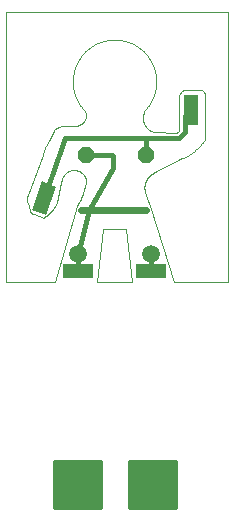
<source format=gtl>
G75*
%MOIN*%
%OFA0B0*%
%FSLAX25Y25*%
%IPPOS*%
%LPD*%
%AMOC8*
5,1,8,0,0,1.08239X$1,22.5*
%
%ADD10C,0.00000*%
%ADD11OC8,0.05200*%
%ADD12R,0.05000X0.10000*%
%ADD13R,0.10000X0.05000*%
%ADD14C,0.01600*%
%ADD15C,0.05906*%
%ADD16C,0.05315*%
%ADD17C,0.02400*%
D10*
X0026000Y0086000D02*
X0026000Y0176000D01*
X0100000Y0176000D01*
X0100000Y0086000D01*
X0082000Y0086000D01*
X0074400Y0110500D01*
X0072900Y0115000D01*
X0072901Y0115000D02*
X0072836Y0115130D01*
X0072774Y0115261D01*
X0072717Y0115394D01*
X0072662Y0115529D01*
X0072612Y0115664D01*
X0072565Y0115802D01*
X0072521Y0115940D01*
X0072482Y0116079D01*
X0072446Y0116220D01*
X0072413Y0116361D01*
X0072385Y0116503D01*
X0072360Y0116646D01*
X0072340Y0116790D01*
X0072323Y0116934D01*
X0072309Y0117078D01*
X0072300Y0117223D01*
X0072295Y0117368D01*
X0072293Y0117513D01*
X0072295Y0117658D01*
X0072301Y0117802D01*
X0072311Y0117947D01*
X0072325Y0118091D01*
X0072343Y0118235D01*
X0072364Y0118379D01*
X0072390Y0118522D01*
X0072419Y0118664D01*
X0072452Y0118805D01*
X0072488Y0118945D01*
X0072529Y0119084D01*
X0072573Y0119222D01*
X0072620Y0119359D01*
X0072672Y0119495D01*
X0072726Y0119629D01*
X0072785Y0119762D01*
X0072847Y0119893D01*
X0072912Y0120022D01*
X0072981Y0120150D01*
X0073053Y0120276D01*
X0073129Y0120399D01*
X0073208Y0120521D01*
X0073290Y0120641D01*
X0073375Y0120758D01*
X0073463Y0120873D01*
X0073555Y0120986D01*
X0073649Y0121096D01*
X0073746Y0121203D01*
X0073846Y0121308D01*
X0073949Y0121411D01*
X0074054Y0121510D01*
X0074162Y0121607D01*
X0074273Y0121701D01*
X0074386Y0121791D01*
X0074501Y0121879D01*
X0074619Y0121964D01*
X0074739Y0122045D01*
X0074861Y0122123D01*
X0074985Y0122198D01*
X0075111Y0122270D01*
X0075239Y0122338D01*
X0075239Y0122339D02*
X0084966Y0127339D01*
X0082776Y0135728D02*
X0075900Y0136000D01*
X0075767Y0136016D01*
X0075634Y0136037D01*
X0075502Y0136062D01*
X0075371Y0136090D01*
X0075241Y0136123D01*
X0075112Y0136159D01*
X0074984Y0136199D01*
X0074857Y0136243D01*
X0074731Y0136291D01*
X0074607Y0136342D01*
X0074485Y0136397D01*
X0074364Y0136455D01*
X0074245Y0136518D01*
X0074128Y0136583D01*
X0074013Y0136652D01*
X0073900Y0136725D01*
X0073789Y0136800D01*
X0073681Y0136879D01*
X0073575Y0136961D01*
X0073471Y0137047D01*
X0073370Y0137135D01*
X0073272Y0137226D01*
X0073176Y0137320D01*
X0073083Y0137417D01*
X0072993Y0137517D01*
X0072907Y0137619D01*
X0072823Y0137724D01*
X0072742Y0137831D01*
X0072665Y0137941D01*
X0072590Y0138053D01*
X0072519Y0138167D01*
X0072452Y0138283D01*
X0072388Y0138401D01*
X0072328Y0138520D01*
X0072271Y0138642D01*
X0072218Y0138765D01*
X0072168Y0138890D01*
X0072122Y0139016D01*
X0072080Y0139143D01*
X0072042Y0139272D01*
X0072007Y0139402D01*
X0071977Y0139532D01*
X0071950Y0139664D01*
X0071927Y0139796D01*
X0071908Y0139929D01*
X0071893Y0140062D01*
X0071882Y0140196D01*
X0071875Y0140330D01*
X0071872Y0140464D01*
X0071873Y0140598D01*
X0071878Y0140733D01*
X0071887Y0140866D01*
X0071900Y0141000D01*
X0072160Y0143055D01*
X0084966Y0127338D02*
X0085328Y0127490D01*
X0085685Y0127651D01*
X0086039Y0127821D01*
X0086388Y0128000D01*
X0086733Y0128187D01*
X0087073Y0128382D01*
X0087409Y0128585D01*
X0087739Y0128797D01*
X0088064Y0129017D01*
X0088384Y0129244D01*
X0088698Y0129480D01*
X0089006Y0129722D01*
X0089308Y0129973D01*
X0089603Y0130230D01*
X0089893Y0130495D01*
X0090176Y0130767D01*
X0090452Y0131046D01*
X0090721Y0131331D01*
X0090983Y0131623D01*
X0091238Y0131921D01*
X0091486Y0132225D01*
X0091726Y0132535D01*
X0091959Y0132851D01*
X0092183Y0133172D01*
X0092400Y0133499D01*
X0092400Y0133500D02*
X0092400Y0148800D01*
X0091567Y0150000D02*
X0085914Y0150000D01*
X0085826Y0149998D01*
X0085739Y0149992D01*
X0085652Y0149983D01*
X0085565Y0149969D01*
X0085479Y0149952D01*
X0085394Y0149931D01*
X0085310Y0149907D01*
X0085227Y0149878D01*
X0085145Y0149846D01*
X0085065Y0149811D01*
X0084987Y0149772D01*
X0084910Y0149730D01*
X0084835Y0149684D01*
X0084762Y0149635D01*
X0084692Y0149583D01*
X0084624Y0149528D01*
X0084558Y0149470D01*
X0084495Y0149409D01*
X0084434Y0149346D01*
X0084377Y0149280D01*
X0084322Y0149211D01*
X0084271Y0149140D01*
X0084222Y0149067D01*
X0084177Y0148992D01*
X0084135Y0148915D01*
X0084097Y0148836D01*
X0084062Y0148756D01*
X0084031Y0148674D01*
X0084003Y0148591D01*
X0083979Y0148506D01*
X0083959Y0148421D01*
X0083942Y0148335D01*
X0083929Y0148248D01*
X0083920Y0148161D01*
X0083915Y0148073D01*
X0083914Y0147986D01*
X0083971Y0139000D01*
X0083739Y0136379D01*
X0083707Y0136319D01*
X0083672Y0136262D01*
X0083633Y0136206D01*
X0083592Y0136153D01*
X0083547Y0136102D01*
X0083500Y0136054D01*
X0083450Y0136009D01*
X0083397Y0135966D01*
X0083343Y0135927D01*
X0083286Y0135891D01*
X0083227Y0135858D01*
X0083166Y0135828D01*
X0083104Y0135802D01*
X0083040Y0135780D01*
X0082975Y0135761D01*
X0082909Y0135746D01*
X0082843Y0135735D01*
X0082776Y0135728D01*
X0092400Y0148800D02*
X0092372Y0148889D01*
X0092340Y0148976D01*
X0092305Y0149062D01*
X0092267Y0149147D01*
X0092225Y0149230D01*
X0092180Y0149311D01*
X0092132Y0149390D01*
X0092080Y0149468D01*
X0092026Y0149543D01*
X0091968Y0149616D01*
X0091908Y0149686D01*
X0091845Y0149755D01*
X0091779Y0149820D01*
X0091711Y0149883D01*
X0091640Y0149943D01*
X0091566Y0150000D01*
X0072159Y0143056D02*
X0072397Y0143299D01*
X0072628Y0143548D01*
X0072853Y0143802D01*
X0073072Y0144062D01*
X0073285Y0144328D01*
X0073491Y0144598D01*
X0073690Y0144873D01*
X0073882Y0145153D01*
X0074068Y0145438D01*
X0074247Y0145727D01*
X0074418Y0146020D01*
X0074582Y0146318D01*
X0074739Y0146619D01*
X0074889Y0146924D01*
X0075031Y0147233D01*
X0075166Y0147545D01*
X0075292Y0147861D01*
X0075412Y0148179D01*
X0075523Y0148500D01*
X0075626Y0148824D01*
X0075722Y0149150D01*
X0075809Y0149478D01*
X0075889Y0149809D01*
X0075960Y0150141D01*
X0076023Y0150475D01*
X0076079Y0150810D01*
X0076125Y0151147D01*
X0076164Y0151484D01*
X0076194Y0151823D01*
X0076217Y0152162D01*
X0076230Y0152502D01*
X0076236Y0152841D01*
X0076233Y0153181D01*
X0076222Y0153521D01*
X0076203Y0153860D01*
X0076175Y0154199D01*
X0076139Y0154537D01*
X0076095Y0154874D01*
X0076043Y0155210D01*
X0075982Y0155544D01*
X0075914Y0155877D01*
X0075837Y0156208D01*
X0075752Y0156537D01*
X0075659Y0156864D01*
X0075558Y0157188D01*
X0075450Y0157510D01*
X0075333Y0157830D01*
X0075209Y0158146D01*
X0075077Y0158459D01*
X0074937Y0158769D01*
X0074790Y0159075D01*
X0074636Y0159378D01*
X0074474Y0159677D01*
X0074305Y0159972D01*
X0074128Y0160262D01*
X0073945Y0160548D01*
X0073755Y0160830D01*
X0073558Y0161107D01*
X0073354Y0161379D01*
X0073144Y0161646D01*
X0072927Y0161907D01*
X0072704Y0162164D01*
X0072474Y0162415D01*
X0072239Y0162660D01*
X0071998Y0162899D01*
X0071751Y0163132D01*
X0071498Y0163360D01*
X0071240Y0163581D01*
X0070976Y0163795D01*
X0070708Y0164004D01*
X0070434Y0164205D01*
X0070156Y0164400D01*
X0069872Y0164588D01*
X0069585Y0164769D01*
X0069293Y0164943D01*
X0068997Y0165109D01*
X0068697Y0165269D01*
X0068393Y0165421D01*
X0068085Y0165566D01*
X0067774Y0165703D01*
X0067460Y0165832D01*
X0067143Y0165954D01*
X0066822Y0166068D01*
X0066500Y0166174D01*
X0066174Y0166272D01*
X0065846Y0166362D01*
X0065517Y0166444D01*
X0065185Y0166518D01*
X0064852Y0166584D01*
X0064517Y0166642D01*
X0064181Y0166692D01*
X0063843Y0166733D01*
X0063505Y0166766D01*
X0063166Y0166791D01*
X0062827Y0166808D01*
X0062487Y0166816D01*
X0062147Y0166816D01*
X0061807Y0166808D01*
X0061468Y0166791D01*
X0061129Y0166766D01*
X0060791Y0166733D01*
X0060453Y0166692D01*
X0060117Y0166642D01*
X0059782Y0166584D01*
X0059449Y0166518D01*
X0059117Y0166444D01*
X0058788Y0166362D01*
X0058460Y0166272D01*
X0058134Y0166174D01*
X0057812Y0166068D01*
X0057491Y0165954D01*
X0057174Y0165832D01*
X0056860Y0165703D01*
X0056549Y0165566D01*
X0056241Y0165421D01*
X0055937Y0165269D01*
X0055637Y0165109D01*
X0055341Y0164943D01*
X0055049Y0164769D01*
X0054762Y0164588D01*
X0054478Y0164400D01*
X0054200Y0164205D01*
X0053926Y0164004D01*
X0053658Y0163795D01*
X0053394Y0163581D01*
X0053136Y0163360D01*
X0052883Y0163132D01*
X0052636Y0162899D01*
X0052395Y0162660D01*
X0052160Y0162415D01*
X0051930Y0162164D01*
X0051707Y0161907D01*
X0051490Y0161646D01*
X0051280Y0161379D01*
X0051076Y0161107D01*
X0050879Y0160830D01*
X0050689Y0160548D01*
X0050506Y0160262D01*
X0050329Y0159972D01*
X0050160Y0159677D01*
X0049998Y0159378D01*
X0049844Y0159075D01*
X0049697Y0158769D01*
X0049557Y0158459D01*
X0049425Y0158146D01*
X0049301Y0157830D01*
X0049184Y0157510D01*
X0049076Y0157188D01*
X0048975Y0156864D01*
X0048882Y0156537D01*
X0048797Y0156208D01*
X0048720Y0155877D01*
X0048652Y0155544D01*
X0048591Y0155210D01*
X0048539Y0154874D01*
X0048495Y0154537D01*
X0048459Y0154199D01*
X0048431Y0153860D01*
X0048412Y0153521D01*
X0048401Y0153181D01*
X0048398Y0152841D01*
X0048404Y0152502D01*
X0048417Y0152162D01*
X0048440Y0151823D01*
X0048470Y0151484D01*
X0048509Y0151147D01*
X0048555Y0150810D01*
X0048611Y0150475D01*
X0048674Y0150141D01*
X0048745Y0149809D01*
X0048825Y0149478D01*
X0048912Y0149150D01*
X0049008Y0148824D01*
X0049111Y0148500D01*
X0049222Y0148179D01*
X0049342Y0147861D01*
X0049468Y0147545D01*
X0049603Y0147233D01*
X0049745Y0146924D01*
X0049895Y0146619D01*
X0050052Y0146318D01*
X0050216Y0146020D01*
X0050387Y0145727D01*
X0050566Y0145438D01*
X0050752Y0145153D01*
X0050944Y0144873D01*
X0051143Y0144598D01*
X0051349Y0144328D01*
X0051562Y0144062D01*
X0051781Y0143802D01*
X0052006Y0143548D01*
X0052237Y0143299D01*
X0052475Y0143056D01*
X0052475Y0143055D02*
X0052900Y0142000D01*
X0052898Y0141874D01*
X0052892Y0141749D01*
X0052882Y0141624D01*
X0052868Y0141499D01*
X0052851Y0141374D01*
X0052829Y0141250D01*
X0052804Y0141127D01*
X0052774Y0141005D01*
X0052741Y0140884D01*
X0052704Y0140764D01*
X0052664Y0140645D01*
X0052619Y0140528D01*
X0052571Y0140411D01*
X0052519Y0140297D01*
X0052464Y0140184D01*
X0052405Y0140073D01*
X0052343Y0139964D01*
X0052277Y0139857D01*
X0052208Y0139752D01*
X0052136Y0139649D01*
X0052061Y0139548D01*
X0051982Y0139450D01*
X0051900Y0139355D01*
X0051816Y0139262D01*
X0051728Y0139172D01*
X0051638Y0139084D01*
X0051545Y0139000D01*
X0051450Y0138918D01*
X0051352Y0138839D01*
X0051251Y0138764D01*
X0051148Y0138692D01*
X0051043Y0138623D01*
X0050936Y0138557D01*
X0050827Y0138495D01*
X0050716Y0138436D01*
X0050603Y0138381D01*
X0050489Y0138329D01*
X0050372Y0138281D01*
X0050255Y0138236D01*
X0050136Y0138196D01*
X0050016Y0138159D01*
X0049895Y0138126D01*
X0049773Y0138096D01*
X0049650Y0138071D01*
X0049526Y0138049D01*
X0049401Y0138032D01*
X0049276Y0138018D01*
X0049151Y0138008D01*
X0049026Y0138002D01*
X0048900Y0138000D01*
X0046023Y0138000D01*
X0042001Y0136521D02*
X0040363Y0133075D01*
X0042001Y0136520D02*
X0042098Y0136620D01*
X0042198Y0136716D01*
X0042300Y0136809D01*
X0042406Y0136900D01*
X0042513Y0136987D01*
X0042623Y0137072D01*
X0042736Y0137153D01*
X0042851Y0137231D01*
X0042968Y0137305D01*
X0043087Y0137376D01*
X0043208Y0137444D01*
X0043331Y0137508D01*
X0043455Y0137569D01*
X0043582Y0137626D01*
X0043710Y0137680D01*
X0043839Y0137729D01*
X0043970Y0137775D01*
X0044102Y0137818D01*
X0044236Y0137856D01*
X0044370Y0137891D01*
X0044505Y0137922D01*
X0044641Y0137948D01*
X0044778Y0137971D01*
X0044915Y0137990D01*
X0045053Y0138005D01*
X0045192Y0138017D01*
X0045330Y0138024D01*
X0045469Y0138027D01*
X0045607Y0138026D01*
X0045746Y0138021D01*
X0045884Y0138012D01*
X0046023Y0138000D01*
X0038426Y0128242D02*
X0033400Y0114929D01*
X0038674Y0107522D02*
X0038879Y0107640D01*
X0039081Y0107762D01*
X0039280Y0107890D01*
X0039477Y0108022D01*
X0039669Y0108159D01*
X0039859Y0108300D01*
X0040045Y0108446D01*
X0040227Y0108597D01*
X0040406Y0108751D01*
X0040581Y0108910D01*
X0040752Y0109074D01*
X0040919Y0109241D01*
X0041082Y0109412D01*
X0041241Y0109587D01*
X0041396Y0109766D01*
X0041546Y0109949D01*
X0041692Y0110135D01*
X0041833Y0110325D01*
X0041970Y0110517D01*
X0042102Y0110714D01*
X0042229Y0110913D01*
X0042352Y0111115D01*
X0042469Y0111320D01*
X0042582Y0111528D01*
X0042689Y0111739D01*
X0042792Y0111952D01*
X0042889Y0112168D01*
X0042981Y0112386D01*
X0043068Y0112605D01*
X0043149Y0112827D01*
X0043225Y0113051D01*
X0043296Y0113277D01*
X0043361Y0113504D01*
X0043421Y0113733D01*
X0043475Y0113963D01*
X0043524Y0114195D01*
X0043567Y0114427D01*
X0043604Y0114661D01*
X0043636Y0114895D01*
X0043662Y0115130D01*
X0043683Y0115366D01*
X0043697Y0115602D01*
X0043707Y0115838D01*
X0043706Y0115838D02*
X0044200Y0117800D01*
X0044800Y0120300D01*
X0044835Y0120423D01*
X0044875Y0120545D01*
X0044918Y0120666D01*
X0044965Y0120785D01*
X0045016Y0120903D01*
X0045070Y0121019D01*
X0045128Y0121134D01*
X0045189Y0121247D01*
X0045254Y0121357D01*
X0045322Y0121466D01*
X0045394Y0121573D01*
X0045468Y0121677D01*
X0045546Y0121779D01*
X0045627Y0121878D01*
X0045711Y0121975D01*
X0045798Y0122070D01*
X0045888Y0122161D01*
X0045981Y0122250D01*
X0046076Y0122336D01*
X0046174Y0122419D01*
X0046274Y0122499D01*
X0046377Y0122576D01*
X0046482Y0122649D01*
X0046590Y0122719D01*
X0046699Y0122786D01*
X0046811Y0122850D01*
X0046924Y0122910D01*
X0047039Y0122966D01*
X0047156Y0123019D01*
X0047275Y0123068D01*
X0047394Y0123114D01*
X0047516Y0123156D01*
X0047638Y0123194D01*
X0047762Y0123229D01*
X0047886Y0123259D01*
X0048012Y0123286D01*
X0048138Y0123309D01*
X0048265Y0123328D01*
X0048392Y0123343D01*
X0048520Y0123354D01*
X0048648Y0123361D01*
X0048777Y0123364D01*
X0048905Y0123363D01*
X0049033Y0123358D01*
X0049161Y0123350D01*
X0049289Y0123337D01*
X0049416Y0123320D01*
X0049543Y0123300D01*
X0049669Y0123276D01*
X0049794Y0123247D01*
X0049918Y0123215D01*
X0050041Y0123179D01*
X0050163Y0123140D01*
X0050284Y0123096D01*
X0050403Y0123049D01*
X0050521Y0122998D01*
X0050637Y0122944D01*
X0050752Y0122886D01*
X0050864Y0122825D01*
X0050975Y0122760D01*
X0051084Y0122691D01*
X0051190Y0122620D01*
X0051294Y0122545D01*
X0051396Y0122467D01*
X0051496Y0122386D01*
X0051593Y0122302D01*
X0051687Y0122215D01*
X0051778Y0122125D01*
X0051867Y0122032D01*
X0051953Y0121937D01*
X0052036Y0121839D01*
X0052115Y0121738D01*
X0052192Y0121635D01*
X0052265Y0121530D01*
X0052336Y0121423D01*
X0052402Y0121313D01*
X0052466Y0121202D01*
X0052526Y0121088D01*
X0052582Y0120973D01*
X0052635Y0120856D01*
X0052684Y0120737D01*
X0052730Y0120617D01*
X0052771Y0120496D01*
X0052809Y0120374D01*
X0052844Y0120250D01*
X0052874Y0120125D01*
X0052901Y0120000D01*
X0038426Y0128242D02*
X0038499Y0128583D01*
X0038581Y0128922D01*
X0038671Y0129260D01*
X0038769Y0129595D01*
X0038875Y0129927D01*
X0038989Y0130257D01*
X0039111Y0130584D01*
X0039241Y0130908D01*
X0039378Y0131229D01*
X0039524Y0131546D01*
X0039677Y0131860D01*
X0039837Y0132170D01*
X0040005Y0132476D01*
X0040180Y0132778D01*
X0040363Y0133075D01*
X0052900Y0120000D02*
X0052798Y0119404D01*
X0052682Y0118811D01*
X0052551Y0118221D01*
X0052406Y0117635D01*
X0052247Y0117052D01*
X0052074Y0116473D01*
X0051887Y0115898D01*
X0051686Y0115328D01*
X0051471Y0114764D01*
X0051242Y0114204D01*
X0051000Y0113651D01*
X0050745Y0113103D01*
X0050476Y0112562D01*
X0050195Y0112027D01*
X0049900Y0111500D01*
X0042500Y0086000D01*
X0026000Y0086000D01*
X0035359Y0108622D02*
X0038674Y0107522D01*
X0035359Y0108622D02*
X0035280Y0108647D01*
X0035202Y0108675D01*
X0035125Y0108707D01*
X0035050Y0108743D01*
X0034977Y0108782D01*
X0034905Y0108824D01*
X0034836Y0108870D01*
X0034768Y0108919D01*
X0034704Y0108971D01*
X0034641Y0109025D01*
X0034581Y0109083D01*
X0034524Y0109143D01*
X0034470Y0109206D01*
X0034418Y0109271D01*
X0034370Y0109339D01*
X0034325Y0109409D01*
X0034283Y0109480D01*
X0034244Y0109554D01*
X0034209Y0109629D01*
X0034178Y0109706D01*
X0034150Y0109784D01*
X0034125Y0109864D01*
X0034105Y0109944D01*
X0034088Y0110026D01*
X0033400Y0112280D01*
X0033400Y0112279D02*
X0033358Y0112390D01*
X0033320Y0112501D01*
X0033286Y0112614D01*
X0033255Y0112728D01*
X0033229Y0112843D01*
X0033205Y0112959D01*
X0033186Y0113075D01*
X0033171Y0113192D01*
X0033159Y0113309D01*
X0033151Y0113427D01*
X0033147Y0113545D01*
X0033147Y0113663D01*
X0033151Y0113781D01*
X0033159Y0113899D01*
X0033171Y0114016D01*
X0033186Y0114133D01*
X0033205Y0114249D01*
X0033229Y0114365D01*
X0033255Y0114480D01*
X0033286Y0114594D01*
X0033320Y0114707D01*
X0033358Y0114818D01*
X0033400Y0114929D01*
X0058380Y0103622D02*
X0056500Y0086000D01*
X0068000Y0086000D01*
X0066254Y0103622D01*
X0058380Y0103622D01*
D11*
X0052900Y0128500D03*
X0072900Y0128500D03*
D12*
X0087900Y0143500D03*
G36*
X0038261Y0119553D02*
X0042959Y0117843D01*
X0039539Y0108447D01*
X0034841Y0110157D01*
X0038261Y0119553D01*
G37*
D13*
X0050300Y0089700D03*
X0074500Y0089600D03*
D14*
X0057500Y0011000D02*
X0042500Y0011000D01*
X0042500Y0026000D01*
X0057500Y0026000D01*
X0057500Y0011000D01*
X0042500Y0011000D01*
X0042500Y0012599D02*
X0057500Y0012599D01*
X0057500Y0014197D02*
X0042500Y0014197D01*
X0042500Y0015796D02*
X0057500Y0015796D01*
X0057500Y0017394D02*
X0042500Y0017394D01*
X0042500Y0018993D02*
X0057500Y0018993D01*
X0057500Y0020591D02*
X0042500Y0020591D01*
X0042500Y0022190D02*
X0057500Y0022190D01*
X0057500Y0023788D02*
X0042500Y0023788D01*
X0042500Y0025387D02*
X0057500Y0025387D01*
X0067500Y0025387D02*
X0082500Y0025387D01*
X0082500Y0026000D02*
X0067500Y0026000D01*
X0067500Y0011000D01*
X0082500Y0011000D01*
X0067500Y0011000D01*
X0067500Y0012599D02*
X0082500Y0012599D01*
X0082500Y0014197D02*
X0067500Y0014197D01*
X0067500Y0015796D02*
X0082500Y0015796D01*
X0082500Y0017394D02*
X0067500Y0017394D01*
X0067500Y0018993D02*
X0082500Y0018993D01*
X0082500Y0020591D02*
X0067500Y0020591D01*
X0067500Y0022190D02*
X0082500Y0022190D01*
X0082500Y0023788D02*
X0067500Y0023788D01*
X0082500Y0026000D02*
X0082500Y0011000D01*
X0074500Y0089600D02*
X0074500Y0095500D01*
X0050300Y0095500D02*
X0053900Y0110000D01*
X0061900Y0124000D01*
X0061900Y0128000D01*
X0061400Y0128500D01*
X0052900Y0128500D01*
X0045900Y0134000D02*
X0072900Y0134000D01*
X0083900Y0134000D01*
X0085900Y0136000D01*
X0085900Y0141500D01*
X0087900Y0143500D01*
X0072900Y0134000D02*
X0072900Y0128500D01*
X0045900Y0134000D02*
X0038900Y0114000D01*
X0050300Y0095500D02*
X0050300Y0089700D01*
D15*
X0050300Y0095500D03*
X0074500Y0095500D03*
D16*
X0074500Y0022000D03*
X0050300Y0022000D03*
D17*
X0053900Y0110000D02*
X0051200Y0110100D01*
X0053900Y0110000D02*
X0072800Y0110000D01*
M02*

</source>
